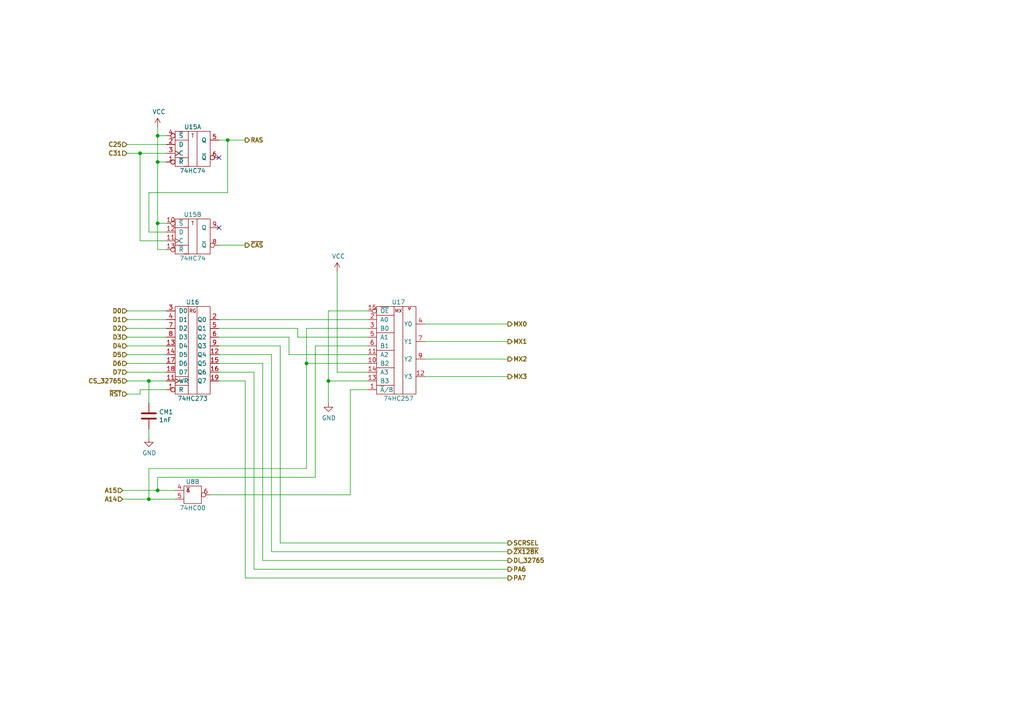
<source format=kicad_sch>
(kicad_sch (version 20211123) (generator eeschema)
  (paper "A4")
  (lib_symbols
    (symbol "74IEC:74HC00" (pin_names (offset 1.016) hide)
      (property "Reference" "U" (at 0 3.81 0))
      (property "Value" "74HC00" (at 0 -3.81 0))
      (symbol "74HC00_0_0"
        (rectangle (start -2.54 -2.54) (end 2.54 2.54))
        (text "~{&}" (at -1.27 1.27 0) (effects (font (size 1 1))))
      )
      (symbol "74HC00_0_1"
        (pin power_in line (at 2.54 2.54 180) (length 0) hide (name "VCC") (number "14"))
        (pin power_in line (at 2.54 -2.54 180) (length 0) hide (name "GND") (number "7"))
      )
      (symbol "74HC00_1_1"
        (pin input line (at -5.08 1.27 0) (length 2.54) (name "A") (number "1"))
        (pin input line (at -5.08 -1.27 0) (length 2.54) (name "B") (number "2"))
        (pin output inverted (at 5.08 0 180) (length 2.54) (name "~{Y}") (number "3"))
      )
      (symbol "74HC00_2_1"
        (pin input line (at -5.08 1.27 0) (length 2.54) (name "A") (number "4"))
        (pin input line (at -5.08 -1.27 0) (length 2.54) (name "B") (number "5"))
        (pin output inverted (at 5.08 0 180) (length 2.54) (name "~{Y}") (number "6"))
      )
      (symbol "74HC00_3_1"
        (pin input line (at -5.08 -1.27 0) (length 2.54) (name "B") (number "10"))
        (pin output inverted (at 5.08 0 180) (length 2.54) (name "~{Y}") (number "8"))
        (pin input line (at -5.08 1.27 0) (length 2.54) (name "A") (number "9"))
      )
      (symbol "74HC00_4_1"
        (pin output inverted (at 5.08 0 180) (length 2.54) (name "~{Y}") (number "11"))
        (pin input line (at -5.08 1.27 0) (length 2.54) (name "A") (number "12"))
        (pin input line (at -5.08 -1.27 0) (length 2.54) (name "B") (number "13"))
      )
    )
    (symbol "74IEC:74HC257" (pin_names (offset 1.016))
      (property "Reference" "U" (at 0 13.97 0))
      (property "Value" "74HC257" (at 0 -13.97 0))
      (symbol "74HC257_0_1"
        (polyline (pts (xy 3.175 11.684) (xy 2.794 12.319) (xy 3.556 12.319) (xy 3.175 11.684)))
      )
      (symbol "74HC257_1_1"
        (rectangle (start -6.35 -12.7) (end 5.08 12.7))
        (polyline (pts (xy -6.35 -10.16) (xy -1.27 -10.16)))
        (polyline (pts (xy -6.35 -5.08) (xy -1.27 -5.08)))
        (polyline (pts (xy -6.35 5.08) (xy -1.27 5.08)))
        (polyline (pts (xy -6.35 10.16) (xy -1.27 10.16)))
        (polyline (pts (xy -1.27 0) (xy -6.35 0)))
        (polyline (pts (xy -1.27 12.7) (xy -1.27 -12.7)))
        (polyline (pts (xy 1.27 -12.7) (xy 1.27 12.7)))
        (text "MX" (at 0 11.43 0) (effects (font (size 1 1))))
        (pin input line (at -8.89 -11.43 0) (length 2.54) (name "~{A}/B") (number "1"))
        (pin input line (at -8.89 -3.81 0) (length 2.54) (name "B2") (number "10"))
        (pin input line (at -8.89 -1.27 0) (length 2.54) (name "A2") (number "11"))
        (pin tri_state line (at 7.62 -7.62 180) (length 2.54) (name "Y3") (number "12"))
        (pin input line (at -8.89 -8.89 0) (length 2.54) (name "B3") (number "13"))
        (pin input line (at -8.89 -6.35 0) (length 2.54) (name "A3") (number "14"))
        (pin input inverted (at -8.89 11.43 0) (length 2.54) (name "~{OE}") (number "15"))
        (pin power_in line (at 5.08 12.7 180) (length 0) hide (name "VCC") (number "16"))
        (pin input line (at -8.89 8.89 0) (length 2.54) (name "A0") (number "2"))
        (pin input line (at -8.89 6.35 0) (length 2.54) (name "B0") (number "3"))
        (pin tri_state line (at 7.62 7.62 180) (length 2.54) (name "Y0") (number "4"))
        (pin input line (at -8.89 3.81 0) (length 2.54) (name "A1") (number "5"))
        (pin input line (at -8.89 1.27 0) (length 2.54) (name "B1") (number "6"))
        (pin tri_state line (at 7.62 2.54 180) (length 2.54) (name "Y1") (number "7"))
        (pin power_in line (at 5.08 -12.7 180) (length 0) hide (name "GND") (number "8"))
        (pin tri_state line (at 7.62 -2.54 180) (length 2.54) (name "Y2") (number "9"))
      )
    )
    (symbol "74IEC:74HC273" (pin_names (offset 1.016))
      (property "Reference" "U" (at 0 13.97 0))
      (property "Value" "74HC273" (at 0 -13.97 0))
      (symbol "74HC273_0_0"
        (rectangle (start -5.08 -12.7) (end 5.08 12.7))
        (polyline (pts (xy -5.08 -7.62) (xy -1.27 -7.62)))
        (polyline (pts (xy -1.27 -10.16) (xy -5.08 -10.16)))
        (polyline (pts (xy -1.27 12.7) (xy -1.27 -12.7)))
        (polyline (pts (xy 1.27 -12.7) (xy 1.27 12.7)))
        (text "RG" (at 0 11.43 0) (effects (font (size 1 1))))
      )
      (symbol "74HC273_0_1"
        (pin power_in line (at 5.08 -12.7 180) (length 0) hide (name "GND") (number "10"))
        (pin power_in line (at 5.08 12.7 180) (length 0) hide (name "VCC") (number "20"))
      )
      (symbol "74HC273_1_1"
        (pin input inverted (at -7.62 -11.43 0) (length 2.54) (name "R") (number "1"))
        (pin input clock (at -7.62 -8.89 0) (length 2.54) (name "WR") (number "11"))
        (pin output line (at 7.62 -1.27 180) (length 2.54) (name "Q4") (number "12"))
        (pin input line (at -7.62 1.27 0) (length 2.54) (name "D4") (number "13"))
        (pin input line (at -7.62 -1.27 0) (length 2.54) (name "D5") (number "14"))
        (pin output line (at 7.62 -3.81 180) (length 2.54) (name "Q5") (number "15"))
        (pin output line (at 7.62 -6.35 180) (length 2.54) (name "Q6") (number "16"))
        (pin input line (at -7.62 -3.81 0) (length 2.54) (name "D6") (number "17"))
        (pin input line (at -7.62 -6.35 0) (length 2.54) (name "D7") (number "18"))
        (pin output line (at 7.62 -8.89 180) (length 2.54) (name "Q7") (number "19"))
        (pin output line (at 7.62 8.89 180) (length 2.54) (name "Q0") (number "2"))
        (pin input line (at -7.62 11.43 0) (length 2.54) (name "D0") (number "3"))
        (pin input line (at -7.62 8.89 0) (length 2.54) (name "D1") (number "4"))
        (pin output line (at 7.62 6.35 180) (length 2.54) (name "Q1") (number "5"))
        (pin output line (at 7.62 3.81 180) (length 2.54) (name "Q2") (number "6"))
        (pin input line (at -7.62 6.35 0) (length 2.54) (name "D2") (number "7"))
        (pin input line (at -7.62 3.81 0) (length 2.54) (name "D3") (number "8"))
        (pin output line (at 7.62 1.27 180) (length 2.54) (name "Q3") (number "9"))
      )
    )
    (symbol "74IEC:74HC74" (pin_names (offset 1.016))
      (property "Reference" "U" (at 0 6.35 0))
      (property "Value" "74HC74" (at 0 -6.35 0))
      (symbol "74HC74_0_0"
        (rectangle (start -5.08 5.08) (end 5.08 -5.08))
        (polyline (pts (xy -5.08 -2.54) (xy -1.27 -2.54)))
        (polyline (pts (xy -5.08 2.54) (xy -1.27 2.54)))
        (polyline (pts (xy 1.27 5.08) (xy 1.27 -5.08)))
        (polyline (pts (xy -2.54 -5.08) (xy -1.27 -5.08) (xy -1.27 5.08)))
        (text "T" (at 0 3.81 0) (effects (font (size 1 1))))
      )
      (symbol "74HC74_0_1"
        (pin power_in line (at 5.08 5.08 180) (length 0) hide (name "VCC") (number "14"))
        (pin power_in line (at 5.08 -5.08 180) (length 0) hide (name "GND") (number "7"))
      )
      (symbol "74HC74_1_1"
        (pin input inverted (at -7.62 -3.81 0) (length 2.54) (name "~{R}") (number "1"))
        (pin input line (at -7.62 1.27 0) (length 2.54) (name "D") (number "2"))
        (pin input clock (at -7.62 -1.27 0) (length 2.54) (name "C") (number "3"))
        (pin input inverted (at -7.62 3.81 0) (length 2.54) (name "~{S}") (number "4"))
        (pin output line (at 7.62 2.54 180) (length 2.54) (name "Q") (number "5"))
        (pin output inverted (at 7.62 -2.54 180) (length 2.54) (name "~{Q}") (number "6"))
      )
      (symbol "74HC74_2_1"
        (pin input inverted (at -7.62 3.81 0) (length 2.54) (name "~{S}") (number "10"))
        (pin input clock (at -7.62 -1.27 0) (length 2.54) (name "C") (number "11"))
        (pin input line (at -7.62 1.27 0) (length 2.54) (name "D") (number "12"))
        (pin input inverted (at -7.62 -3.81 0) (length 2.54) (name "~{R}") (number "13"))
        (pin output inverted (at 7.62 -2.54 180) (length 2.54) (name "~{Q}") (number "8"))
        (pin output line (at 7.62 2.54 180) (length 2.54) (name "Q") (number "9"))
      )
    )
    (symbol "Device:C" (pin_numbers hide) (pin_names (offset 0.254))
      (property "Reference" "C" (at 0.635 2.54 0))
      (property "Value" "C" (at 0.635 -2.54 0))
      (symbol "C_0_1"
        (polyline (pts (xy -2.032 -0.762) (xy 2.032 -0.762)) (stroke (width 0.508)))
        (polyline (pts (xy -2.032 0.762) (xy 2.032 0.762)) (stroke (width 0.508)))
      )
      (symbol "C_1_1"
        (pin passive line (at 0 3.81 270) (length 2.794) (name "~") (number "1"))
        (pin passive line (at 0 -3.81 90) (length 2.794) (name "~") (number "2"))
      )
    )
    (symbol "power:GND" (power) (pin_names (offset 0))
      (property "Value" "GND" (at 0 -3.81 0))
      (symbol "GND_0_1"
        (polyline (pts (xy 0 0) (xy 0 -1.27) (xy 1.27 -1.27) (xy 0 -2.54) (xy -1.27 -1.27) (xy 0 -1.27)))
      )
      (symbol "GND_1_1"
        (pin power_in line (at 0 0 270) (length 0) hide (name "GND") (number "1"))
      )
    )
    (symbol "power:VCC" (power) (pin_names (offset 0))
      (property "Value" "VCC" (at 0 3.81 0))
      (symbol "VCC_0_1"
        (polyline (pts (xy -0.762 1.27) (xy 0 2.54)))
        (polyline (pts (xy 0 0) (xy 0 2.54)))
        (polyline (pts (xy 0 2.54) (xy 0.762 1.27)))
      )
      (symbol "VCC_1_1"
        (pin power_in line (at 0 0 90) (length 0) hide (name "VCC") (number "1"))
      )
    )
  )
  (junction (at 88.9 105.41))
  (junction (at 43.18 110.49))
  (junction (at 45.72 46.99))
  (junction (at 45.72 142.24))
  (junction (at 43.18 144.78))
  (junction (at 40.64 44.45))
  (junction (at 45.72 64.77))
  (junction (at 45.72 39.37))
  (junction (at 66.04 40.64))
  (junction (at 95.25 110.49))
  (no_connect (at 63.5 45.72))
  (no_connect (at 63.5 66.04))
  (wire (pts (xy 43.18 116.84) (xy 43.18 110.49)))
  (wire (pts (xy 91.44 138.43) (xy 45.72 138.43)))
  (wire (pts (xy 76.2 105.41) (xy 76.2 162.56)))
  (wire (pts (xy 86.36 95.25) (xy 86.36 97.79)))
  (wire (pts (xy 71.12 110.49) (xy 71.12 167.64)))
  (wire (pts (xy 36.83 110.49) (xy 43.18 110.49)))
  (wire (pts (xy 76.2 162.56) (xy 147.32 162.56)))
  (wire (pts (xy 36.83 90.17) (xy 48.26 90.17)))
  (wire (pts (xy 88.9 95.25) (xy 106.68 95.25)))
  (wire (pts (xy 78.74 160.02) (xy 147.32 160.02)))
  (wire (pts (xy 123.19 109.22) (xy 147.32 109.22)))
  (wire (pts (xy 95.25 110.49) (xy 95.25 116.84)))
  (wire (pts (xy 36.83 97.79) (xy 48.26 97.79)))
  (wire (pts (xy 36.83 114.3) (xy 40.64 114.3)))
  (wire (pts (xy 97.79 107.95) (xy 106.68 107.95)))
  (wire (pts (xy 63.5 107.95) (xy 73.66 107.95)))
  (wire (pts (xy 43.18 144.78) (xy 50.8 144.78)))
  (wire (pts (xy 97.79 78.74) (xy 97.79 107.95)))
  (wire (pts (xy 48.26 41.91) (xy 36.83 41.91)))
  (wire (pts (xy 60.96 143.51) (xy 101.6 143.51)))
  (wire (pts (xy 40.64 113.03) (xy 48.26 113.03)))
  (wire (pts (xy 43.18 124.46) (xy 43.18 127)))
  (wire (pts (xy 63.5 102.87) (xy 78.74 102.87)))
  (wire (pts (xy 76.2 105.41) (xy 63.5 105.41)))
  (wire (pts (xy 40.64 44.45) (xy 48.26 44.45)))
  (wire (pts (xy 88.9 105.41) (xy 88.9 95.25)))
  (wire (pts (xy 40.64 114.3) (xy 40.64 113.03)))
  (wire (pts (xy 45.72 39.37) (xy 48.26 39.37)))
  (wire (pts (xy 71.12 167.64) (xy 147.32 167.64)))
  (wire (pts (xy 43.18 55.88) (xy 43.18 67.31)))
  (wire (pts (xy 63.5 92.71) (xy 106.68 92.71)))
  (wire (pts (xy 88.9 105.41) (xy 88.9 135.89)))
  (wire (pts (xy 63.5 110.49) (xy 71.12 110.49)))
  (wire (pts (xy 36.83 102.87) (xy 48.26 102.87)))
  (wire (pts (xy 101.6 113.03) (xy 106.68 113.03)))
  (wire (pts (xy 81.28 100.33) (xy 81.28 157.48)))
  (wire (pts (xy 83.82 102.87) (xy 106.68 102.87)))
  (wire (pts (xy 43.18 110.49) (xy 48.26 110.49)))
  (wire (pts (xy 48.26 72.39) (xy 45.72 72.39)))
  (wire (pts (xy 106.68 105.41) (xy 88.9 105.41)))
  (wire (pts (xy 36.83 92.71) (xy 48.26 92.71)))
  (wire (pts (xy 48.26 64.77) (xy 45.72 64.77)))
  (wire (pts (xy 123.19 104.14) (xy 147.32 104.14)))
  (wire (pts (xy 66.04 40.64) (xy 71.12 40.64)))
  (wire (pts (xy 45.72 36.83) (xy 45.72 39.37)))
  (wire (pts (xy 66.04 55.88) (xy 43.18 55.88)))
  (wire (pts (xy 43.18 67.31) (xy 48.26 67.31)))
  (wire (pts (xy 48.26 69.85) (xy 40.64 69.85)))
  (wire (pts (xy 36.83 107.95) (xy 48.26 107.95)))
  (wire (pts (xy 36.83 95.25) (xy 48.26 95.25)))
  (wire (pts (xy 91.44 100.33) (xy 91.44 138.43)))
  (wire (pts (xy 63.5 100.33) (xy 81.28 100.33)))
  (wire (pts (xy 63.5 71.12) (xy 71.12 71.12)))
  (wire (pts (xy 106.68 100.33) (xy 91.44 100.33)))
  (wire (pts (xy 45.72 46.99) (xy 45.72 39.37)))
  (wire (pts (xy 40.64 69.85) (xy 40.64 44.45)))
  (wire (pts (xy 123.19 93.98) (xy 147.32 93.98)))
  (wire (pts (xy 45.72 72.39) (xy 45.72 64.77)))
  (wire (pts (xy 81.28 157.48) (xy 147.32 157.48)))
  (wire (pts (xy 66.04 40.64) (xy 66.04 55.88)))
  (wire (pts (xy 45.72 142.24) (xy 35.56 142.24)))
  (wire (pts (xy 63.5 40.64) (xy 66.04 40.64)))
  (wire (pts (xy 101.6 113.03) (xy 101.6 143.51)))
  (wire (pts (xy 95.25 110.49) (xy 106.68 110.49)))
  (wire (pts (xy 88.9 135.89) (xy 43.18 135.89)))
  (wire (pts (xy 78.74 102.87) (xy 78.74 160.02)))
  (wire (pts (xy 86.36 97.79) (xy 106.68 97.79)))
  (wire (pts (xy 63.5 95.25) (xy 86.36 95.25)))
  (wire (pts (xy 123.19 99.06) (xy 147.32 99.06)))
  (wire (pts (xy 36.83 105.41) (xy 48.26 105.41)))
  (wire (pts (xy 73.66 107.95) (xy 73.66 165.1)))
  (wire (pts (xy 73.66 165.1) (xy 147.32 165.1)))
  (wire (pts (xy 43.18 135.89) (xy 43.18 144.78)))
  (wire (pts (xy 36.83 100.33) (xy 48.26 100.33)))
  (wire (pts (xy 45.72 138.43) (xy 45.72 142.24)))
  (wire (pts (xy 106.68 90.17) (xy 95.25 90.17)))
  (wire (pts (xy 63.5 97.79) (xy 83.82 97.79)))
  (wire (pts (xy 48.26 46.99) (xy 45.72 46.99)))
  (wire (pts (xy 45.72 64.77) (xy 45.72 46.99)))
  (wire (pts (xy 95.25 90.17) (xy 95.25 110.49)))
  (wire (pts (xy 40.64 44.45) (xy 36.83 44.45)))
  (wire (pts (xy 35.56 144.78) (xy 43.18 144.78)))
  (wire (pts (xy 50.8 142.24) (xy 45.72 142.24)))
  (wire (pts (xy 83.82 97.79) (xy 83.82 102.87)))
  (hierarchical_label "D2" (shape input) (at 36.83 95.25 180) (effects (font (thickness 0.254) bold)))
  (hierarchical_label "SCRSEL" (shape output) (at 147.32 157.48 0) (effects (font (thickness 0.254) bold)))
  (hierarchical_label "A15" (shape input) (at 35.56 142.24 180) (effects (font (thickness 0.254) bold)))
  (hierarchical_label "A14" (shape input) (at 35.56 144.78 180) (effects (font (thickness 0.254) bold)))
  (hierarchical_label "D0" (shape input) (at 36.83 90.17 180) (effects (font (thickness 0.254) bold)))
  (hierarchical_label "~{ZX128K}" (shape output) (at 147.32 160.02 0) (effects (font (thickness 0.254) bold)))
  (hierarchical_label "MX2" (shape output) (at 147.32 104.14 0) (effects (font (thickness 0.254) bold)))
  (hierarchical_label "D4" (shape input) (at 36.83 100.33 180) (effects (font (thickness 0.254) bold)))
  (hierarchical_label "CS_32765" (shape input) (at 36.83 110.49 180) (effects (font (thickness 0.254) bold)))
  (hierarchical_label "MX0" (shape output) (at 147.32 93.98 0) (effects (font (thickness 0.254) bold)))
  (hierarchical_label "D3" (shape input) (at 36.83 97.79 180) (effects (font (thickness 0.254) bold)))
  (hierarchical_label "D1" (shape input) (at 36.83 92.71 180) (effects (font (thickness 0.254) bold)))
  (hierarchical_label "PA7" (shape output) (at 147.32 167.64 0) (effects (font (thickness 0.254) bold)))
  (hierarchical_label "~{CAS}" (shape output) (at 71.12 71.12 0) (effects (font (thickness 0.254) bold)))
  (hierarchical_label "RAS" (shape output) (at 71.12 40.64 0) (effects (font (thickness 0.254) bold)))
  (hierarchical_label "C31" (shape input) (at 36.83 44.45 180) (effects (font (thickness 0.254) bold)))
  (hierarchical_label "D7" (shape input) (at 36.83 107.95 180) (effects (font (thickness 0.254) bold)))
  (hierarchical_label "PA6" (shape output) (at 147.32 165.1 0) (effects (font (thickness 0.254) bold)))
  (hierarchical_label "DI_32765" (shape output) (at 147.32 162.56 0) (effects (font (thickness 0.254) bold)))
  (hierarchical_label "MX3" (shape output) (at 147.32 109.22 0) (effects (font (thickness 0.254) bold)))
  (hierarchical_label "D5" (shape input) (at 36.83 102.87 180) (effects (font (thickness 0.254) bold)))
  (hierarchical_label "MX1" (shape output) (at 147.32 99.06 0) (effects (font (thickness 0.254) bold)))
  (hierarchical_label "C25" (shape input) (at 36.83 41.91 180) (effects (font (thickness 0.254) bold)))
  (hierarchical_label "D6" (shape input) (at 36.83 105.41 180) (effects (font (thickness 0.254) bold)))
  (hierarchical_label "~{RST}" (shape input) (at 36.83 114.3 180) (effects (font (thickness 0.254) bold)))
  (symbol (lib_id "74IEC:74HC273") (at 55.88 101.6 0) (unit 1)
    (property "Reference" "U16" (at 55.88 87.63 0))
    (property "Value" "74HC273" (at 55.88 115.57 0))
    (property "Footprint" "Package_DIP:DIP-20_W7.62mm" (effects hide))
    (property "Datasheet" "https://www.ti.com/lit/ug/scyd013b/scyd013b.pdf" (effects hide))
  )
  (symbol (lib_id "74IEC:74HC257") (at 115.57 101.6 0) (unit 1)
    (property "Reference" "U17" (at 115.57 87.63 0))
    (property "Value" "74HC257" (at 115.57 115.57 0))
    (property "Footprint" "Package_DIP:DIP-16_W7.62mm" (effects hide))
    (property "Datasheet" "https://www.ti.com/lit/ug/scyd013b/scyd013b.pdf" (effects hide))
  )
  (symbol (lib_id "power:GND") (at 95.25 116.84 0) (unit 1)
    (property "Reference" "#PWR028" (effects hide))
    (property "Value" "GND" (at 95.377 121.2342 0))
  )
  (symbol (lib_id "74IEC:74HC00") (at 55.88 143.51 0) (unit 2)
    (property "Reference" "U8" (at 55.88 139.7 0))
    (property "Value" "74HC00" (at 55.88 147.32 0))
    (property "Footprint" "Package_DIP:DIP-14_W7.62mm" (effects hide))
    (property "Datasheet" "https://www.ti.com/lit/ds/symlink/sn7400.pdf" (effects hide))
  )
  (symbol (lib_id "Device:C") (at 43.18 120.65 0) (unit 1)
    (property "Reference" "CM1" (at 46.101 119.4816 0) (effects (justify left)))
    (property "Value" "1nF" (at 46.101 121.793 0) (effects (justify left)))
    (property "Footprint" "Capacitor_SMD:C_0805_2012Metric_Pad1.18x1.45mm_HandSolder" (effects hide))
  )
  (symbol (lib_id "power:VCC") (at 97.79 78.74 0) (unit 1)
    (property "Reference" "#PWR027" (effects hide))
    (property "Value" "VCC" (at 98.171 74.3458 0))
  )
  (symbol (lib_id "power:GND") (at 43.18 127 0) (unit 1)
    (property "Reference" "#PWR029" (effects hide))
    (property "Value" "GND" (at 43.307 131.3942 0))
  )
  (symbol (lib_id "74IEC:74HC74") (at 55.88 43.18 0) (unit 1)
    (property "Reference" "U15" (at 55.88 36.83 0))
    (property "Value" "74HC74" (at 55.88 49.53 0))
    (property "Footprint" "Package_DIP:DIP-14_W7.62mm" (effects hide))
    (property "Datasheet" "https://www.ti.com/lit/ug/scyd013b/scyd013b.pdf" (effects hide))
  )
  (symbol (lib_id "74IEC:74HC74") (at 55.88 68.58 0) (unit 2)
    (property "Reference" "U15" (at 55.88 62.23 0))
    (property "Value" "74HC74" (at 55.88 74.93 0))
    (property "Footprint" "Package_DIP:DIP-14_W7.62mm" (effects hide))
    (property "Datasheet" "https://www.ti.com/lit/ug/scyd013b/scyd013b.pdf" (effects hide))
  )
  (symbol (lib_id "power:VCC") (at 45.72 36.83 0) (unit 1)
    (property "Reference" "#PWR026" (effects hide))
    (property "Value" "VCC" (at 46.101 32.4358 0))
  )
)
</source>
